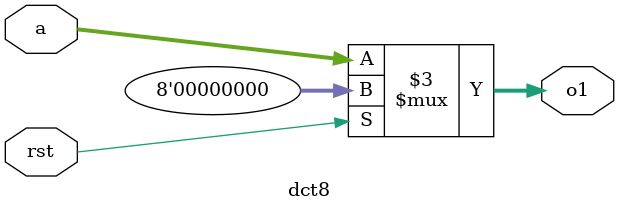
<source format=v>
`timescale 1ns / 1ps
module dct8(
input [7:0] a,
input rst,
output reg [7:0] o1 
);
always@(a,rst)
begin
  if(rst)
  begin 
   o1<=0;
	end
else 
  begin
   o1<=a;
end
end
endmodule 
</source>
